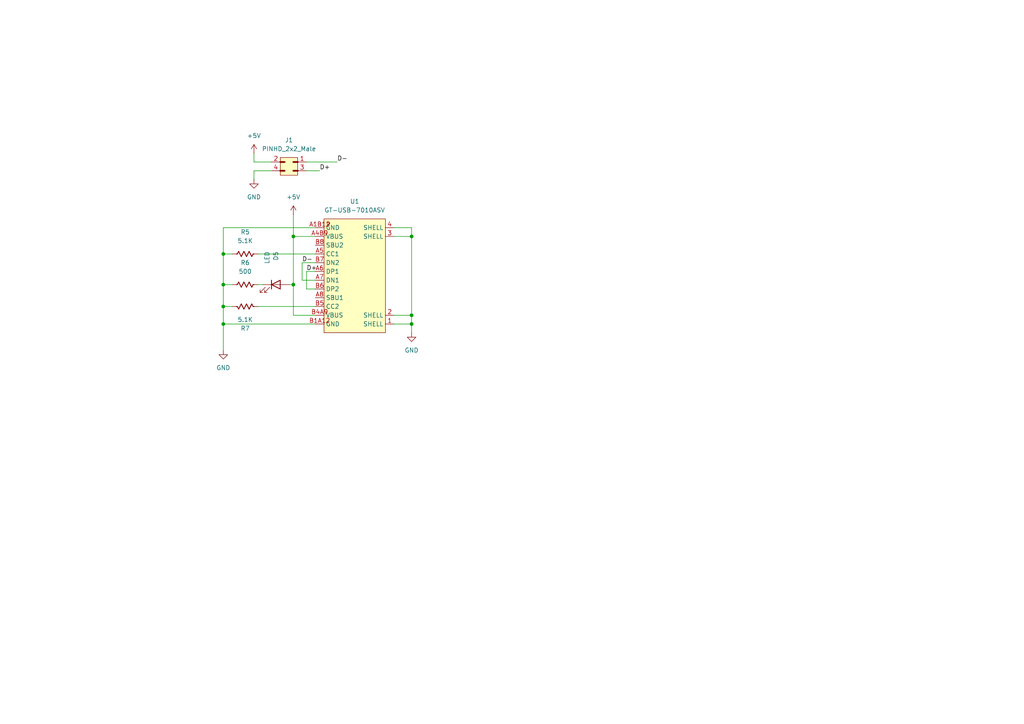
<source format=kicad_sch>
(kicad_sch (version 20250114) (generator "eeschema") (generator_version "9.0")
  (paper "A4")
  (lib_symbols
    (symbol "EasyEDA:GND" (power) (pin_numbers (hide yes)) (pin_names (offset 0) (hide yes))
      (property "Value" "GND" (at 0 -3.81 0))
      (symbol "GND_0_1"
        (polyline (pts (xy 0 0) (xy 0 -1.27) (xy 1.27 -1.27) (xy 0 -2.54) (xy -1.27 -1.27) (xy 0 -1.27)))
      )
      (symbol "GND_1_1"
        (pin power_in line (at 0 0 270) (length 0) (name "~") (number "1"))
      )
    )
    (symbol "EasyEDA:GT-USB-7010ASV"
      (property "Reference" "U" (at 0 20.32 0))
      (property "Value" "GT-USB-7010ASV" (at 0 -17.78 0))
      (symbol "GT-USB-7010ASV_0_1"
        (rectangle (start -10.16 17.78) (end 7.62 -15.24) (fill (type background)))
        (circle (center -8.89 16.51) (radius 0.38))
        (pin unspecified line (at -12.7 15.24 0) (length 2.54) (name "GND") (number "A1B12"))
        (pin unspecified line (at -12.7 12.7 0) (length 2.54) (name "VBUS") (number "A4B9"))
        (pin unspecified line (at -12.7 10.16 0) (length 2.54) (name "SBU2") (number "B8"))
        (pin unspecified line (at -12.7 7.62 0) (length 2.54) (name "CC1") (number "A5"))
        (pin unspecified line (at -12.7 5.08 0) (length 2.54) (name "DN2") (number "B7"))
        (pin unspecified line (at -12.7 2.54 0) (length 2.54) (name "DP1") (number "A6"))
        (pin unspecified line (at -12.7 0 0) (length 2.54) (name "DN1") (number "A7"))
        (pin unspecified line (at -12.7 -2.54 0) (length 2.54) (name "DP2") (number "B6"))
        (pin unspecified line (at -12.7 -5.08 0) (length 2.54) (name "SBU1") (number "A8"))
        (pin unspecified line (at -12.7 -7.62 0) (length 2.54) (name "CC2") (number "B5"))
        (pin unspecified line (at -12.7 -10.16 0) (length 2.54) (name "VBUS") (number "B4A9"))
        (pin unspecified line (at -12.7 -12.7 0) (length 2.54) (name "GND") (number "B1A12"))
        (pin unspecified line (at 10.16 15.24 180) (length 2.54) (name "SHELL") (number "4"))
        (pin unspecified line (at 10.16 12.7 180) (length 2.54) (name "SHELL") (number "3"))
        (pin unspecified line (at 10.16 -10.16 180) (length 2.54) (name "SHELL") (number "2"))
        (pin unspecified line (at 10.16 -12.7 180) (length 2.54) (name "SHELL") (number "1"))
      )
    )
    (symbol "EasyEDA:LED" (pin_numbers (hide yes)) (pin_names (offset 1.016) (hide yes))
      (property "Reference" "D" (at 0 2.54 0))
      (property "Value" "LED" (at 0 -2.54 0))
      (symbol "LED_0_1"
        (polyline (pts (xy -3.048 -0.762) (xy -4.572 -2.286) (xy -3.81 -2.286) (xy -4.572 -2.286) (xy -4.572 -1.524)))
        (polyline (pts (xy -1.778 -0.762) (xy -3.302 -2.286) (xy -2.54 -2.286) (xy -3.302 -2.286) (xy -3.302 -1.524)))
        (polyline (pts (xy -1.27 0) (xy 1.27 0)))
        (polyline (pts (xy -1.27 -1.27) (xy -1.27 1.27)) (stroke (width 0.254)))
        (polyline (pts (xy 1.27 -1.27) (xy 1.27 1.27) (xy -1.27 0) (xy 1.27 -1.27)) (stroke (width 0.254)))
      )
      (symbol "LED_1_1"
        (pin passive line (at -3.81 0 0) (length 2.54) (name "K") (number "1"))
        (pin passive line (at 3.81 0 180) (length 2.54) (name "A") (number "2"))
      )
    )
    (symbol "EasyEDA:R_0603" (pin_numbers (hide yes)) (pin_names (offset 0))
      (property "Reference" "R" (at 2.54 1.27 0))
      (property "Value" "R_0603" (at 2.54 -1.27 0))
      (symbol "R_0603_0_1"
        (polyline (pts (xy 0 2.286) (xy 0 2.54)) (stroke (width 0.254)))
        (polyline (pts (xy 0 2.286) (xy 0.762 1.905) (xy -0.762 1.143) (xy 0 0.762) (xy 0.762 0.381) (xy 0 0) (xy -0.762 -0.381) (xy 0 -0.762) (xy 0.762 -1.143) (xy 0 -1.524) (xy -0.762 -1.905) (xy 0 -2.286)) (stroke (width 0.254)))
        (polyline (pts (xy 0 -2.286) (xy 0 -2.54)) (stroke (width 0.254)))
      )
      (symbol "R_0603_0_2"
        (polyline (pts (xy -2.54 -2.54) (xy -1.778 -1.778)))
        (polyline (pts (xy -1.778 -1.778) (xy -1.524 -1.524)) (stroke (width 0.254)))
        (polyline (pts (xy -1.524 -1.524) (xy -1.778 -0.762) (xy -1.016 -1.016)) (stroke (width 0.254)))
        (polyline (pts (xy -0.508 -0.508) (xy -0.762 0.254) (xy 0 0)) (stroke (width 0.254)))
        (polyline (pts (xy -0.508 -0.508) (xy -0.254 -1.27) (xy -1.016 -1.016)) (stroke (width 0.254)))
        (polyline (pts (xy 0.508 0.508) (xy 0.254 1.27) (xy 1.016 1.016)) (stroke (width 0.254)))
        (polyline (pts (xy 0.508 0.508) (xy 0.762 -0.254) (xy 0 0)) (stroke (width 0.254)))
        (polyline (pts (xy 1.524 1.524) (xy 1.778 0.762) (xy 1.016 1.016)) (stroke (width 0.254)))
        (polyline (pts (xy 1.778 1.778) (xy 1.524 1.524)) (stroke (width 0.254)))
        (polyline (pts (xy 1.778 1.778) (xy 2.54 2.54)))
      )
      (symbol "R_0603_1_1"
        (pin passive line (at 0 3.81 270) (length 1.27) (name "~") (number "1"))
        (pin passive line (at 0 -3.81 90) (length 1.27) (name "~") (number "2"))
      )
      (symbol "R_0603_1_2"
        (pin passive line (at -2.54 -2.54 0) (length 0) (name "") (number "2"))
        (pin passive line (at 2.54 2.54 180) (length 0) (name "") (number "1"))
      )
    )
    (symbol "PCM_SL_Pin_Headers:PINHD_2x2_Male"
      (property "Reference" "J" (at -1.27 6.35 0))
      (property "Value" "PINHD_2x2_Male" (at -1.27 3.81 0))
      (symbol "PINHD_2x2_Male_0_1"
        (rectangle (start -2.54 2.54) (end 2.54 -2.54) (fill (type background)))
        (polyline (pts (xy -2.54 1.27) (xy -1.27 1.27)) (stroke (width 0.5)))
        (polyline (pts (xy -2.54 -1.27) (xy -1.27 -1.27)) (stroke (width 0.3)))
        (polyline (pts (xy -2.54 -1.27) (xy -1.27 -1.27)) (stroke (width 0.5)))
        (polyline (pts (xy 1.27 1.27) (xy 2.54 1.27)) (stroke (width 0.5)))
        (polyline (pts (xy 1.27 -1.27) (xy 2.54 -1.27)) (stroke (width 0.5)))
      )
      (symbol "PINHD_2x2_Male_1_1"
        (pin passive line (at -5.08 1.27 0) (length 2.54) (name "") (number "1"))
        (pin passive line (at -5.08 -1.27 0) (length 2.54) (name "") (number "3"))
        (pin passive line (at 5.08 1.27 180) (length 2.54) (name "") (number "2"))
        (pin passive line (at 5.08 -1.27 180) (length 2.54) (name "") (number "4"))
      )
    )
    (symbol "power:+5V" (power) (pin_numbers (hide yes)) (pin_names (offset 0) (hide yes))
      (property "Value" "+5V" (at 0 3.556 0))
      (symbol "+5V_0_1"
        (polyline (pts (xy -0.762 1.27) (xy 0 2.54)))
        (polyline (pts (xy 0 2.54) (xy 0.762 1.27)))
        (polyline (pts (xy 0 0) (xy 0 2.54)))
      )
      (symbol "+5V_1_1"
        (pin power_in line (at 0 0 90) (length 0) (name "~") (number "1"))
      )
    )
  )
  (junction (at 119.38 68.58))
  (junction (at 64.77 73.66))
  (junction (at 64.77 88.9))
  (junction (at 64.77 93.98))
  (junction (at 64.77 82.55))
  (junction (at 119.38 91.44))
  (junction (at 85.09 68.58))
  (junction (at 119.38 93.98))
  (junction (at 85.09 82.55))
  (wire (pts (xy 73.66 44.45) (xy 73.66 46.99)))
  (wire (pts (xy 64.77 88.9) (xy 64.77 93.98)))
  (wire (pts (xy 88.9 46.99) (xy 97.79 46.99)))
  (wire (pts (xy 74.93 73.66) (xy 91.44 73.66)))
  (wire (pts (xy 91.44 76.2) (xy 87.63 76.2)))
  (wire (pts (xy 119.38 66.04) (xy 119.38 68.58)))
  (wire (pts (xy 114.3 91.44) (xy 119.38 91.44)))
  (wire (pts (xy 114.3 66.04) (xy 119.38 66.04)))
  (wire (pts (xy 73.66 52.07) (xy 73.66 49.53)))
  (wire (pts (xy 74.93 88.9) (xy 91.44 88.9)))
  (wire (pts (xy 67.31 73.66) (xy 64.77 73.66)))
  (wire (pts (xy 73.66 49.53) (xy 78.74 49.53)))
  (wire (pts (xy 119.38 68.58) (xy 119.38 91.44)))
  (wire (pts (xy 85.09 91.44) (xy 91.44 91.44)))
  (wire (pts (xy 74.93 82.55) (xy 76.2 82.55)))
  (wire (pts (xy 73.66 46.99) (xy 78.74 46.99)))
  (wire (pts (xy 87.63 81.28) (xy 91.44 81.28)))
  (wire (pts (xy 88.9 78.74) (xy 88.9 83.82)))
  (wire (pts (xy 64.77 93.98) (xy 91.44 93.98)))
  (wire (pts (xy 64.77 93.98) (xy 64.77 101.6)))
  (wire (pts (xy 119.38 91.44) (xy 119.38 93.98)))
  (wire (pts (xy 64.77 82.55) (xy 64.77 88.9)))
  (wire (pts (xy 85.09 82.55) (xy 85.09 91.44)))
  (wire (pts (xy 91.44 66.04) (xy 64.77 66.04)))
  (wire (pts (xy 85.09 68.58) (xy 85.09 82.55)))
  (wire (pts (xy 64.77 88.9) (xy 67.31 88.9)))
  (wire (pts (xy 114.3 68.58) (xy 119.38 68.58)))
  (wire (pts (xy 64.77 73.66) (xy 64.77 82.55)))
  (wire (pts (xy 64.77 66.04) (xy 64.77 73.66)))
  (wire (pts (xy 87.63 76.2) (xy 87.63 81.28)))
  (wire (pts (xy 85.09 82.55) (xy 83.82 82.55)))
  (wire (pts (xy 85.09 62.23) (xy 85.09 68.58)))
  (wire (pts (xy 67.31 82.55) (xy 64.77 82.55)))
  (wire (pts (xy 119.38 93.98) (xy 114.3 93.98)))
  (wire (pts (xy 119.38 93.98) (xy 119.38 96.52)))
  (wire (pts (xy 91.44 78.74) (xy 88.9 78.74)))
  (wire (pts (xy 88.9 83.82) (xy 91.44 83.82)))
  (wire (pts (xy 91.44 68.58) (xy 85.09 68.58)))
  (wire (pts (xy 88.9 49.53) (xy 92.71 49.53)))
  (label "D+" (at 92.71 49.53 0))
  (label "D+" (at 88.9 78.74 0))
  (label "D-" (at 97.79 46.99 0))
  (label "D-" (at 87.63 76.2 0))
  (symbol (lib_id "power:+5V") (at 85.09 62.23 0) (unit 1)
    (property "Reference" "#PWR03" (effects (hide yes)))
    (property "Value" "+5V" (at 85.09 57.15 0))
    (property "Description" "Power symbol creates a global label with name \"+5V\"" (effects (hide yes)))
  )
  (symbol (lib_id "power:+5V") (at 73.66 44.45 0) (unit 1)
    (property "Reference" "#PWR05" (effects (hide yes)))
    (property "Value" "+5V" (at 73.66 39.37 0))
    (property "Description" "Power symbol creates a global label with name \"+5V\"" (effects (hide yes)))
  )
  (symbol (lib_id "EasyEDA:R_0603") (at 71.12 73.66 90) (unit 1)
    (property "Reference" "R5" (at 71.12 67.31 90))
    (property "Value" "5.1K" (at 71.12 69.85 90))
    (property "Footprint" "PCM_Resistor_SMD_AKL:R_0603_1608Metric" (effects (hide yes)))
    (property "Description" "SMD 0603 Chip Resistor, US Symbol, Alternate KiCad Library" (effects (hide yes)))
  )
  (symbol (lib_id "EasyEDA:R_0603") (at 71.12 82.55 90) (unit 1)
    (property "Reference" "R6" (at 71.12 76.2 90))
    (property "Value" "500" (at 71.12 78.74 90))
    (property "Footprint" "PCM_Resistor_SMD_AKL:R_0603_1608Metric" (effects (hide yes)))
    (property "Description" "SMD 0603 Chip Resistor, US Symbol, Alternate KiCad Library" (effects (hide yes)))
  )
  (symbol (lib_id "EasyEDA:GND") (at 119.38 96.52 0) (unit 1)
    (property "Reference" "#PWR02" (effects (hide yes)))
    (property "Value" "GND" (at 119.38 101.6 0))
    (property "Description" "Power symbol creates a global label with name \"GND\" , ground" (effects (hide yes)))
  )
  (symbol (lib_id "EasyEDA:LED") (at 80.01 82.55 0) (unit 1)
    (property "Reference" "D5" (at 80.01 72.898 90) (effects (justify right)))
    (property "Value" "LED" (at 77.47 72.898 90) (effects (justify right)))
    (property "Footprint" "LED_SMD:LED_0603_1608Metric" (effects (hide yes)))
    (property "Datasheet" "https://www.lcsc.com/datasheet/C84263.pdf" (effects (hide yes)))
    (property "Description" "Light emitting diode" (effects (hide yes)))
    (property "Sim.Pins" "1=K 2=A" (effects (hide yes)))
    (property "LCSC Part" "C84263" (effects (hide yes)))
    (property "Part #" "NCD0603R1" (effects (hide yes)))
  )
  (symbol (lib_id "EasyEDA:R_0603") (at 71.12 88.9 90) (mirror x) (unit 1)
    (property "Reference" "R7" (at 71.12 95.25 90))
    (property "Value" "5.1K" (at 71.12 92.71 90))
    (property "Footprint" "PCM_Resistor_SMD_AKL:R_0603_1608Metric" (effects (hide yes)))
    (property "Description" "SMD 0603 Chip Resistor, US Symbol, Alternate KiCad Library" (effects (hide yes)))
  )
  (symbol (lib_id "EasyEDA:GT-USB-7010ASV") (at 104.14 81.28 0) (unit 1)
    (property "Reference" "U1" (at 102.87 58.42 0))
    (property "Value" "GT-USB-7010ASV" (at 102.87 60.96 0))
    (property "Footprint" "EasyEDA:USB-C-SMD_G-SWITCH_GT-USB-7010ASV" (effects (hide yes)))
    (property "LCSC Part" "C2988369" (effects (hide yes)))
  )
  (symbol (lib_id "PCM_SL_Pin_Headers:PINHD_2x2_Male") (at 83.82 48.26 0) (mirror y) (unit 1)
    (property "Reference" "J1" (at 83.82 40.64 0))
    (property "Value" "PINHD_2x2_Male" (at 83.82 43.18 0))
    (property "Footprint" "Connector_PinHeader_2.54mm:PinHeader_2x02_P2.54mm_Vertical" (effects (hide yes)))
    (property "Description" "Pin Header male with pin space 2.54mm. Pin Count -4" (effects (hide yes)))
  )
  (symbol (lib_id "EasyEDA:GND") (at 73.66 52.07 0) (unit 1)
    (property "Reference" "#PWR04" (effects (hide yes)))
    (property "Value" "GND" (at 73.66 57.15 0))
    (property "Description" "Power symbol creates a global label with name \"GND\" , ground" (effects (hide yes)))
  )
  (symbol (lib_id "EasyEDA:GND") (at 64.77 101.6 0) (unit 1)
    (property "Reference" "#PWR01" (effects (hide yes)))
    (property "Value" "GND" (at 64.77 106.68 0))
    (property "Description" "Power symbol creates a global label with name \"GND\" , ground" (effects (hide yes)))
  )
)
</source>
